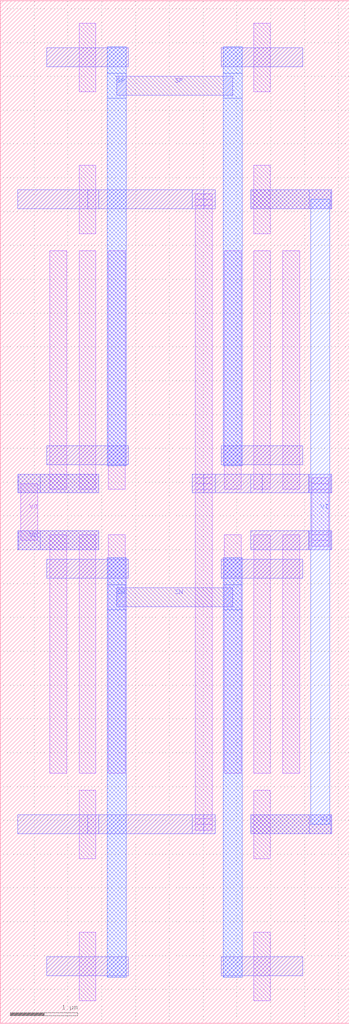
<source format=lef>
MACRO STAGE2_INV_91993238
  ORIGIN 0 0 ;
  FOREIGN STAGE2_INV_91993238 0 0 ;
  SIZE 5.16 BY 15.12 ;
  PIN VI
    DIRECTION INOUT ;
    USE SIGNAL ;
    PORT 
      LAYER M2 ;
        RECT 3.7 12.04 4.9 12.32 ;
      LAYER M2 ;
        RECT 3.7 2.8 4.9 3.08 ;
      LAYER M2 ;
        RECT 4.57 12.04 4.89 12.32 ;
      LAYER M3 ;
        RECT 4.59 2.94 4.87 12.18 ;
      LAYER M2 ;
        RECT 4.57 2.8 4.89 3.08 ;
    END
  END VI
  PIN SN
    DIRECTION INOUT ;
    USE SIGNAL ;
    PORT 
      LAYER M3 ;
        RECT 3.3 0.68 3.58 6.88 ;
      LAYER M3 ;
        RECT 1.58 0.68 1.86 6.88 ;
      LAYER M3 ;
        RECT 3.3 6.115 3.58 6.485 ;
      LAYER M2 ;
        RECT 1.72 6.16 3.44 6.44 ;
      LAYER M3 ;
        RECT 1.58 6.115 1.86 6.485 ;
    END
  END SN
  PIN VO
    DIRECTION INOUT ;
    USE SIGNAL ;
    PORT 
      LAYER M2 ;
        RECT 0.26 7.84 1.46 8.12 ;
      LAYER M2 ;
        RECT 0.26 7 1.46 7.28 ;
      LAYER M2 ;
        RECT 0.27 7.84 0.59 8.12 ;
      LAYER M1 ;
        RECT 0.305 7.14 0.555 7.98 ;
      LAYER M2 ;
        RECT 0.27 7 0.59 7.28 ;
    END
  END VO
  PIN SP
    DIRECTION INOUT ;
    USE SIGNAL ;
    PORT 
      LAYER M3 ;
        RECT 3.3 8.24 3.58 14.44 ;
      LAYER M3 ;
        RECT 1.58 8.24 1.86 14.44 ;
      LAYER M3 ;
        RECT 3.3 13.675 3.58 14.045 ;
      LAYER M2 ;
        RECT 1.72 13.72 3.44 14 ;
      LAYER M3 ;
        RECT 1.58 13.675 1.86 14.045 ;
    END
  END SP
  OBS 
  LAYER M2 ;
        RECT 0.26 12.04 1.46 12.32 ;
  LAYER M2 ;
        RECT 3.7 7.84 4.9 8.12 ;
  LAYER M2 ;
        RECT 3.7 7 4.9 7.28 ;
  LAYER M2 ;
        RECT 0.26 2.8 1.46 3.08 ;
  LAYER M2 ;
        RECT 1.29 12.04 3.01 12.32 ;
  LAYER M1 ;
        RECT 2.885 7.98 3.135 12.18 ;
  LAYER M2 ;
        RECT 3.01 7.84 3.87 8.12 ;
  LAYER M2 ;
        RECT 4.57 7.84 4.89 8.12 ;
  LAYER M1 ;
        RECT 4.605 7.14 4.855 7.98 ;
  LAYER M2 ;
        RECT 4.57 7 4.89 7.28 ;
  LAYER M1 ;
        RECT 2.885 2.94 3.135 7.98 ;
  LAYER M2 ;
        RECT 1.29 2.8 3.01 3.08 ;
  LAYER M1 ;
        RECT 2.885 12.095 3.135 12.265 ;
  LAYER M2 ;
        RECT 2.84 12.04 3.18 12.32 ;
  LAYER M1 ;
        RECT 2.885 7.895 3.135 8.065 ;
  LAYER M2 ;
        RECT 2.84 7.84 3.18 8.12 ;
  LAYER M1 ;
        RECT 2.885 12.095 3.135 12.265 ;
  LAYER M2 ;
        RECT 2.84 12.04 3.18 12.32 ;
  LAYER M1 ;
        RECT 2.885 7.895 3.135 8.065 ;
  LAYER M2 ;
        RECT 2.84 7.84 3.18 8.12 ;
  LAYER M1 ;
        RECT 4.605 7.895 4.855 8.065 ;
  LAYER M2 ;
        RECT 4.56 7.84 4.9 8.12 ;
  LAYER M1 ;
        RECT 4.605 7.055 4.855 7.225 ;
  LAYER M2 ;
        RECT 4.56 7 4.9 7.28 ;
  LAYER M1 ;
        RECT 2.885 12.095 3.135 12.265 ;
  LAYER M2 ;
        RECT 2.84 12.04 3.18 12.32 ;
  LAYER M1 ;
        RECT 2.885 7.895 3.135 8.065 ;
  LAYER M2 ;
        RECT 2.84 7.84 3.18 8.12 ;
  LAYER M1 ;
        RECT 4.605 7.895 4.855 8.065 ;
  LAYER M2 ;
        RECT 4.56 7.84 4.9 8.12 ;
  LAYER M1 ;
        RECT 4.605 7.055 4.855 7.225 ;
  LAYER M2 ;
        RECT 4.56 7 4.9 7.28 ;
  LAYER M1 ;
        RECT 2.885 12.095 3.135 12.265 ;
  LAYER M2 ;
        RECT 2.84 12.04 3.18 12.32 ;
  LAYER M1 ;
        RECT 2.885 7.895 3.135 8.065 ;
  LAYER M2 ;
        RECT 2.84 7.84 3.18 8.12 ;
  LAYER M1 ;
        RECT 4.605 7.895 4.855 8.065 ;
  LAYER M2 ;
        RECT 4.56 7.84 4.9 8.12 ;
  LAYER M1 ;
        RECT 4.605 7.055 4.855 7.225 ;
  LAYER M2 ;
        RECT 4.56 7 4.9 7.28 ;
  LAYER M1 ;
        RECT 2.885 12.095 3.135 12.265 ;
  LAYER M2 ;
        RECT 2.84 12.04 3.18 12.32 ;
  LAYER M1 ;
        RECT 2.885 7.895 3.135 8.065 ;
  LAYER M2 ;
        RECT 2.84 7.84 3.18 8.12 ;
  LAYER M1 ;
        RECT 2.885 2.855 3.135 3.025 ;
  LAYER M2 ;
        RECT 2.84 2.8 3.18 3.08 ;
  LAYER M1 ;
        RECT 4.605 7.895 4.855 8.065 ;
  LAYER M2 ;
        RECT 4.56 7.84 4.9 8.12 ;
  LAYER M1 ;
        RECT 4.605 7.055 4.855 7.225 ;
  LAYER M2 ;
        RECT 4.56 7 4.9 7.28 ;
  LAYER M1 ;
        RECT 2.885 12.095 3.135 12.265 ;
  LAYER M2 ;
        RECT 2.84 12.04 3.18 12.32 ;
  LAYER M1 ;
        RECT 2.885 7.895 3.135 8.065 ;
  LAYER M2 ;
        RECT 2.84 7.84 3.18 8.12 ;
  LAYER M1 ;
        RECT 2.885 2.855 3.135 3.025 ;
  LAYER M2 ;
        RECT 2.84 2.8 3.18 3.08 ;
  LAYER M1 ;
        RECT 3.745 3.695 3.995 7.225 ;
  LAYER M1 ;
        RECT 3.745 2.435 3.995 3.445 ;
  LAYER M1 ;
        RECT 3.745 0.335 3.995 1.345 ;
  LAYER M1 ;
        RECT 4.175 3.695 4.425 7.225 ;
  LAYER M1 ;
        RECT 3.315 3.695 3.565 7.225 ;
  LAYER M2 ;
        RECT 3.27 6.58 4.47 6.86 ;
  LAYER M2 ;
        RECT 3.27 0.7 4.47 0.98 ;
  LAYER M2 ;
        RECT 3.7 7 4.9 7.28 ;
  LAYER M2 ;
        RECT 3.7 2.8 4.9 3.08 ;
  LAYER M3 ;
        RECT 3.3 0.68 3.58 6.88 ;
  LAYER M1 ;
        RECT 1.165 3.695 1.415 7.225 ;
  LAYER M1 ;
        RECT 1.165 2.435 1.415 3.445 ;
  LAYER M1 ;
        RECT 1.165 0.335 1.415 1.345 ;
  LAYER M1 ;
        RECT 0.735 3.695 0.985 7.225 ;
  LAYER M1 ;
        RECT 1.595 3.695 1.845 7.225 ;
  LAYER M2 ;
        RECT 0.69 6.58 1.89 6.86 ;
  LAYER M2 ;
        RECT 0.69 0.7 1.89 0.98 ;
  LAYER M2 ;
        RECT 0.26 7 1.46 7.28 ;
  LAYER M2 ;
        RECT 0.26 2.8 1.46 3.08 ;
  LAYER M3 ;
        RECT 1.58 0.68 1.86 6.88 ;
  LAYER M1 ;
        RECT 3.745 7.895 3.995 11.425 ;
  LAYER M1 ;
        RECT 3.745 11.675 3.995 12.685 ;
  LAYER M1 ;
        RECT 3.745 13.775 3.995 14.785 ;
  LAYER M1 ;
        RECT 4.175 7.895 4.425 11.425 ;
  LAYER M1 ;
        RECT 3.315 7.895 3.565 11.425 ;
  LAYER M2 ;
        RECT 3.27 8.26 4.47 8.54 ;
  LAYER M2 ;
        RECT 3.27 14.14 4.47 14.42 ;
  LAYER M2 ;
        RECT 3.7 7.84 4.9 8.12 ;
  LAYER M2 ;
        RECT 3.7 12.04 4.9 12.32 ;
  LAYER M3 ;
        RECT 3.3 8.24 3.58 14.44 ;
  LAYER M1 ;
        RECT 1.165 7.895 1.415 11.425 ;
  LAYER M1 ;
        RECT 1.165 11.675 1.415 12.685 ;
  LAYER M1 ;
        RECT 1.165 13.775 1.415 14.785 ;
  LAYER M1 ;
        RECT 0.735 7.895 0.985 11.425 ;
  LAYER M1 ;
        RECT 1.595 7.895 1.845 11.425 ;
  LAYER M2 ;
        RECT 0.69 8.26 1.89 8.54 ;
  LAYER M2 ;
        RECT 0.69 14.14 1.89 14.42 ;
  LAYER M2 ;
        RECT 0.26 7.84 1.46 8.12 ;
  LAYER M2 ;
        RECT 0.26 12.04 1.46 12.32 ;
  LAYER M3 ;
        RECT 1.58 8.24 1.86 14.44 ;
  END 
END STAGE2_INV_91993238

</source>
